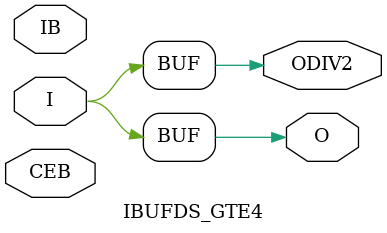
<source format=sv>

module IBUFDS (
    output wire O,
    input  wire I,
    input  wire IB
);
    assign O = I;
endmodule

// GT differential input buffer (for PCIe reference clock)
module IBUFDS_GTE4 #(
    parameter [1:0] REFCLK_HROW_CK_SEL = 2'b00
)(
    output wire O,
    output wire ODIV2,
    input  wire CEB,
    input  wire I,
    input  wire IB
);
    assign O     = I;
    assign ODIV2 = I;
endmodule

</source>
